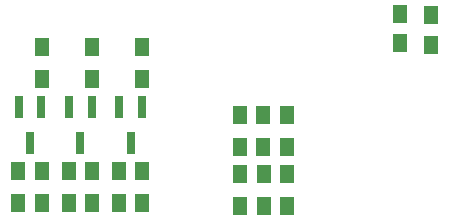
<source format=gtp>
G04 #@! TF.GenerationSoftware,KiCad,Pcbnew,(5.0.0)*
G04 #@! TF.CreationDate,2019-02-18T14:00:49-08:00*
G04 #@! TF.ProjectId,mlab100_Base_Panel_1.6,6D6C61623130305F426173655F50616E,rev?*
G04 #@! TF.SameCoordinates,Original*
G04 #@! TF.FileFunction,Paste,Top*
G04 #@! TF.FilePolarity,Positive*
%FSLAX46Y46*%
G04 Gerber Fmt 4.6, Leading zero omitted, Abs format (unit mm)*
G04 Created by KiCad (PCBNEW (5.0.0)) date 02/18/19 14:00:49*
%MOMM*%
%LPD*%
G01*
G04 APERTURE LIST*
%ADD10R,1.300000X1.500000*%
%ADD11R,0.800000X1.900000*%
%ADD12R,1.250000X1.500000*%
G04 APERTURE END LIST*
D10*
G04 #@! TO.C,R5*
X23750000Y-70900000D03*
X23750000Y-73600000D03*
G04 #@! TD*
G04 #@! TO.C,R7*
X15250000Y-70900000D03*
X15250000Y-73600000D03*
G04 #@! TD*
D11*
G04 #@! TO.C,Q6*
X19450000Y-65500000D03*
X17550000Y-65500000D03*
X18500000Y-68500000D03*
G04 #@! TD*
G04 #@! TO.C,Q2*
X23700000Y-65500000D03*
X21800000Y-65500000D03*
X22750000Y-68500000D03*
G04 #@! TD*
G04 #@! TO.C,Q4*
X15200000Y-65500000D03*
X13300000Y-65500000D03*
X14250000Y-68500000D03*
G04 #@! TD*
D12*
G04 #@! TO.C,C4*
X45600000Y-60100000D03*
X45600000Y-57600000D03*
G04 #@! TD*
G04 #@! TO.C,C3*
X48200000Y-57700000D03*
X48200000Y-60200000D03*
G04 #@! TD*
D10*
G04 #@! TO.C,R9*
X19500000Y-70900000D03*
X19500000Y-73600000D03*
G04 #@! TD*
G04 #@! TO.C,D3*
X21750000Y-70900000D03*
X21750000Y-73600000D03*
G04 #@! TD*
G04 #@! TO.C,D6*
X13250000Y-73600000D03*
X13250000Y-70900000D03*
G04 #@! TD*
G04 #@! TO.C,D7*
X17500000Y-70900000D03*
X17500000Y-73600000D03*
G04 #@! TD*
G04 #@! TO.C,R4*
X23750000Y-60400000D03*
X23750000Y-63100000D03*
G04 #@! TD*
G04 #@! TO.C,R6*
X15250000Y-63100000D03*
X15250000Y-60400000D03*
G04 #@! TD*
G04 #@! TO.C,R8*
X19500000Y-60400000D03*
X19500000Y-63100000D03*
G04 #@! TD*
G04 #@! TO.C,D1*
X32000000Y-71150000D03*
X32000000Y-73850000D03*
G04 #@! TD*
G04 #@! TO.C,D2*
X34025001Y-73850000D03*
X34025001Y-71150000D03*
G04 #@! TD*
G04 #@! TO.C,D4*
X36000000Y-71150000D03*
X36000000Y-73850000D03*
G04 #@! TD*
G04 #@! TO.C,R1*
X32000000Y-66150000D03*
X32000000Y-68850000D03*
G04 #@! TD*
G04 #@! TO.C,R2*
X34000000Y-68850000D03*
X34000000Y-66150000D03*
G04 #@! TD*
G04 #@! TO.C,R3*
X36000000Y-66150000D03*
X36000000Y-68850000D03*
G04 #@! TD*
M02*

</source>
